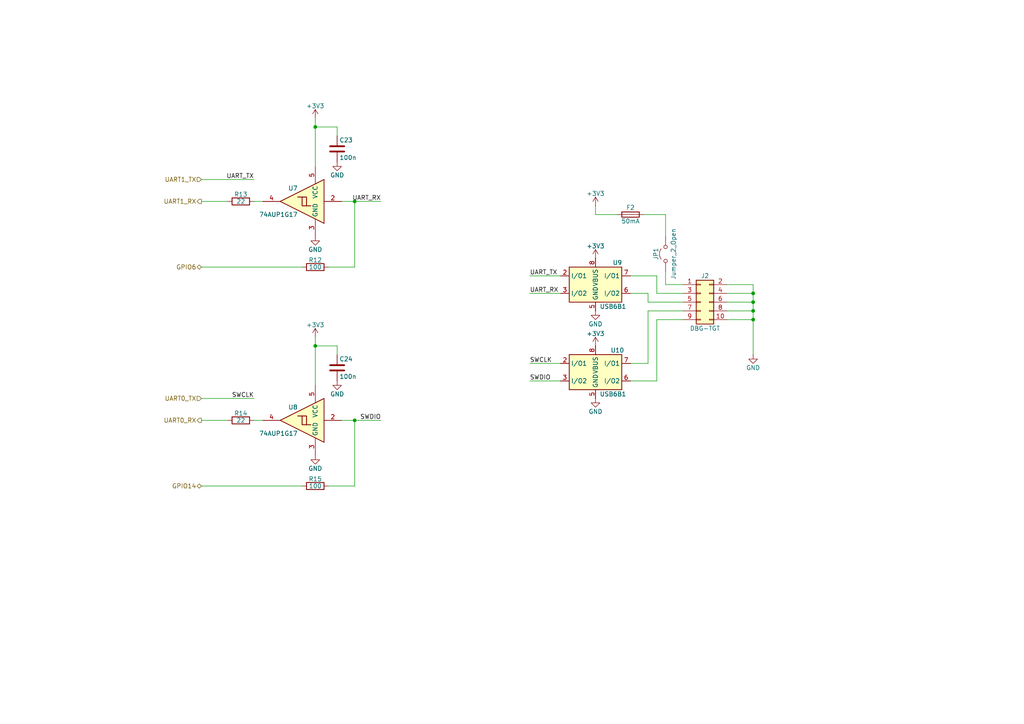
<source format=kicad_sch>
(kicad_sch (version 20250114) (generator "eeschema") (generator_version "9.0")
  (paper "A4")
  (lib_symbols
    (symbol "74xGxx:74AUP1G17"
      (property "Reference" "U" (at 0 3.81 0))
      (property "Value" "74AUP1G17" (at 0 -3.81 0))
      (symbol "74AUP1G17_0_1"
        (polyline (pts (xy -7.62 6.35) (xy -7.62 -6.35) (xy 5.08 0) (xy -7.62 6.35)) (stroke (width 0.254)) (fill (type background)))
        (polyline (pts (xy -3.81 -1.27) (xy -2.54 -1.27) (xy -2.54 1.27) (xy -1.27 1.27)) (stroke (width 0.254)) (fill (type background)))
        (polyline (pts (xy -2.54 -1.27) (xy -1.27 -1.27) (xy -1.27 1.27) (xy 0 1.27)) (stroke (width 0.254)) (fill (type background)))
      )
      (symbol "74AUP1G17_1_1"
        (pin input line (at -12.7 0 0) (length 5.08) (name "~") (number "2"))
        (pin no_connect line (at -7.62 5.08 180) (length 5.08) (hide yes) (name "NC") (number "1"))
        (pin power_in line (at -5.08 10.16 270) (length 5.08) (name "VCC") (number "5"))
        (pin power_in line (at -5.08 -10.16 90) (length 5.08) (name "GND") (number "3"))
        (pin output line (at 10.16 0 180) (length 5.08) (name "~") (number "4"))
      )
    )
    (symbol "Connector_Generic:Conn_02x05_Odd_Even" (pin_names (offset 1.016) (hide yes))
      (property "Reference" "J" (at 1.27 7.62 0))
      (property "Value" "Conn_02x05_Odd_Even" (at 1.27 -7.62 0))
      (symbol "Conn_02x05_Odd_Even_1_1"
        (rectangle (start -1.27 6.35) (end 3.81 -6.35) (stroke (width 0.254)) (fill (type background)))
        (rectangle (start -1.27 5.207) (end 0 4.953) (stroke (width 0.1524)))
        (rectangle (start -1.27 2.667) (end 0 2.413) (stroke (width 0.1524)))
        (rectangle (start -1.27 0.127) (end 0 -0.127) (stroke (width 0.1524)))
        (rectangle (start -1.27 -2.413) (end 0 -2.667) (stroke (width 0.1524)))
        (rectangle (start -1.27 -4.953) (end 0 -5.207) (stroke (width 0.1524)))
        (rectangle (start 3.81 5.207) (end 2.54 4.953) (stroke (width 0.1524)))
        (rectangle (start 3.81 2.667) (end 2.54 2.413) (stroke (width 0.1524)))
        (rectangle (start 3.81 0.127) (end 2.54 -0.127) (stroke (width 0.1524)))
        (rectangle (start 3.81 -2.413) (end 2.54 -2.667) (stroke (width 0.1524)))
        (rectangle (start 3.81 -4.953) (end 2.54 -5.207) (stroke (width 0.1524)))
        (pin passive line (at -5.08 5.08 0) (length 3.81) (name "Pin_1") (number "1"))
        (pin passive line (at -5.08 2.54 0) (length 3.81) (name "Pin_3") (number "3"))
        (pin passive line (at -5.08 0 0) (length 3.81) (name "Pin_5") (number "5"))
        (pin passive line (at -5.08 -2.54 0) (length 3.81) (name "Pin_7") (number "7"))
        (pin passive line (at -5.08 -5.08 0) (length 3.81) (name "Pin_9") (number "9"))
        (pin passive line (at 7.62 5.08 180) (length 3.81) (name "Pin_2") (number "2"))
        (pin passive line (at 7.62 2.54 180) (length 3.81) (name "Pin_4") (number "4"))
        (pin passive line (at 7.62 0 180) (length 3.81) (name "Pin_6") (number "6"))
        (pin passive line (at 7.62 -2.54 180) (length 3.81) (name "Pin_8") (number "8"))
        (pin passive line (at 7.62 -5.08 180) (length 3.81) (name "Pin_10") (number "10"))
      )
    )
    (symbol "Device:C" (pin_numbers (hide yes)) (pin_names (offset 0.254))
      (property "Reference" "C" (at 0.635 2.54 0))
      (property "Value" "C" (at 0.635 -2.54 0))
      (symbol "C_0_1"
        (polyline (pts (xy -2.032 0.762) (xy 2.032 0.762)) (stroke (width 0.508)))
        (polyline (pts (xy -2.032 -0.762) (xy 2.032 -0.762)) (stroke (width 0.508)))
      )
      (symbol "C_1_1"
        (pin passive line (at 0 3.81 270) (length 2.794) (name "~") (number "1"))
        (pin passive line (at 0 -3.81 90) (length 2.794) (name "~") (number "2"))
      )
    )
    (symbol "Device:Fuse" (pin_numbers (hide yes)) (pin_names (offset 0))
      (property "Reference" "F" (at 2.032 0 90))
      (property "Value" "Fuse" (at -1.905 0 90))
      (symbol "Fuse_0_1"
        (rectangle (start -0.762 -2.54) (end 0.762 2.54) (stroke (width 0.254)))
        (polyline (pts (xy 0 2.54) (xy 0 -2.54)))
      )
      (symbol "Fuse_1_1"
        (pin passive line (at 0 3.81 270) (length 1.27) (name "~") (number "1"))
        (pin passive line (at 0 -3.81 90) (length 1.27) (name "~") (number "2"))
      )
    )
    (symbol "Device:R" (pin_numbers (hide yes)) (pin_names (offset 0))
      (property "Reference" "R" (at 2.032 0 90))
      (property "Value" "R" (at 0 0 90))
      (symbol "R_0_1"
        (rectangle (start -1.016 -2.54) (end 1.016 2.54) (stroke (width 0.254)))
      )
      (symbol "R_1_1"
        (pin passive line (at 0 3.81 270) (length 1.27) (name "~") (number "1"))
        (pin passive line (at 0 -3.81 90) (length 1.27) (name "~") (number "2"))
      )
    )
    (symbol "Jumper:Jumper_2_Open" (pin_numbers (hide yes)) (pin_names (offset 0) (hide yes))
      (property "Reference" "JP" (at 0 2.794 0))
      (property "Value" "Jumper_2_Open" (at 0 -2.286 0))
      (symbol "Jumper_2_Open_0_0"
        (circle (center -2.032 0) (radius 0.508))
        (circle (center 2.032 0) (radius 0.508))
      )
      (symbol "Jumper_2_Open_0_1"
        (arc (start -1.524 1.27) (mid 0 1.778) (end 1.524 1.27))
      )
      (symbol "Jumper_2_Open_1_1"
        (pin passive line (at -5.08 0 0) (length 2.54) (name "A") (number "1"))
        (pin passive line (at 5.08 0 180) (length 2.54) (name "B") (number "2"))
      )
    )
    (symbol "Power_Protection:USB6B1"
      (property "Reference" "U" (at 6.35 6.35 0))
      (property "Value" "USB6B1" (at 5.08 -6.35 0))
      (symbol "USB6B1_0_1"
        (rectangle (start -7.62 -5.08) (end 7.62 5.08) (stroke (width 0.254)) (fill (type background)))
      )
      (symbol "USB6B1_1_1"
        (pin passive line (at -10.16 2.54 0) (length 2.54) (name "I/O1") (number "2"))
        (pin passive line (at -10.16 -2.54 0) (length 2.54) (name "I/O2") (number "3"))
        (pin passive line (at 0 7.62 270) (length 2.54) (hide yes) (name "VBUS") (number "1"))
        (pin passive line (at 0 7.62 270) (length 2.54) (name "VBUS") (number "8"))
        (pin passive line (at 0 -7.62 90) (length 2.54) (hide yes) (name "GND") (number "4"))
        (pin passive line (at 0 -7.62 90) (length 2.54) (name "GND") (number "5"))
        (pin passive line (at 10.16 2.54 180) (length 2.54) (name "I/O1") (number "7"))
        (pin passive line (at 10.16 -2.54 180) (length 2.54) (name "I/O2") (number "6"))
      )
    )
    (symbol "power:+3V3" (power) (pin_numbers (hide yes)) (pin_names (offset 0) (hide yes))
      (property "Value" "+3V3" (at 0 3.556 0))
      (symbol "+3V3_0_1"
        (polyline (pts (xy -0.762 1.27) (xy 0 2.54)))
        (polyline (pts (xy 0 2.54) (xy 0.762 1.27)))
        (polyline (pts (xy 0 0) (xy 0 2.54)))
      )
      (symbol "+3V3_1_1"
        (pin power_in line (at 0 0 90) (length 0) (name "~") (number "1"))
      )
    )
    (symbol "power:GND" (power) (pin_numbers (hide yes)) (pin_names (offset 0) (hide yes))
      (property "Value" "GND" (at 0 -3.81 0))
      (symbol "GND_0_1"
        (polyline (pts (xy 0 0) (xy 0 -1.27) (xy 1.27 -1.27) (xy 0 -2.54) (xy -1.27 -1.27) (xy 0 -1.27)))
      )
      (symbol "GND_1_1"
        (pin power_in line (at 0 0 270) (length 0) (name "~") (number "1"))
      )
    )
  )
  (junction (at 218.44 92.71))
  (junction (at 91.44 100.33))
  (junction (at 102.87 121.92))
  (junction (at 91.44 36.83))
  (junction (at 102.87 58.42))
  (junction (at 218.44 87.63))
  (junction (at 218.44 85.09))
  (junction (at 218.44 90.17))
  (wire (pts (xy 91.44 36.83) (xy 91.44 48.26)))
  (wire (pts (xy 218.44 82.55) (xy 218.44 85.09)))
  (wire (pts (xy 58.42 52.07) (xy 73.66 52.07)))
  (wire (pts (xy 97.79 100.33) (xy 91.44 100.33)))
  (wire (pts (xy 187.96 85.09) (xy 187.96 87.63)))
  (wire (pts (xy 210.82 87.63) (xy 218.44 87.63)))
  (wire (pts (xy 172.72 62.23) (xy 172.72 59.69)))
  (wire (pts (xy 91.44 34.29) (xy 91.44 36.83)))
  (wire (pts (xy 187.96 105.41) (xy 187.96 90.17)))
  (wire (pts (xy 102.87 121.92) (xy 110.49 121.92)))
  (wire (pts (xy 95.25 140.97) (xy 102.87 140.97)))
  (wire (pts (xy 190.5 110.49) (xy 190.5 92.71)))
  (wire (pts (xy 210.82 82.55) (xy 218.44 82.55)))
  (wire (pts (xy 218.44 90.17) (xy 218.44 92.71)))
  (wire (pts (xy 187.96 90.17) (xy 198.12 90.17)))
  (wire (pts (xy 73.66 121.92) (xy 76.2 121.92)))
  (wire (pts (xy 73.66 58.42) (xy 76.2 58.42)))
  (wire (pts (xy 91.44 97.79) (xy 91.44 100.33)))
  (wire (pts (xy 97.79 102.87) (xy 97.79 100.33)))
  (wire (pts (xy 97.79 36.83) (xy 91.44 36.83)))
  (wire (pts (xy 91.44 100.33) (xy 91.44 111.76)))
  (wire (pts (xy 58.42 115.57) (xy 73.66 115.57)))
  (wire (pts (xy 58.42 121.92) (xy 66.04 121.92)))
  (wire (pts (xy 102.87 77.47) (xy 102.87 58.42)))
  (wire (pts (xy 179.07 62.23) (xy 172.72 62.23)))
  (wire (pts (xy 190.5 85.09) (xy 198.12 85.09)))
  (wire (pts (xy 102.87 58.42) (xy 110.49 58.42)))
  (wire (pts (xy 193.04 82.55) (xy 198.12 82.55)))
  (wire (pts (xy 99.06 58.42) (xy 102.87 58.42)))
  (wire (pts (xy 95.25 77.47) (xy 102.87 77.47)))
  (wire (pts (xy 190.5 92.71) (xy 198.12 92.71)))
  (wire (pts (xy 193.04 78.74) (xy 193.04 82.55)))
  (wire (pts (xy 182.88 85.09) (xy 187.96 85.09)))
  (wire (pts (xy 210.82 92.71) (xy 218.44 92.71)))
  (wire (pts (xy 153.67 110.49) (xy 162.56 110.49)))
  (wire (pts (xy 102.87 140.97) (xy 102.87 121.92)))
  (wire (pts (xy 99.06 121.92) (xy 102.87 121.92)))
  (wire (pts (xy 210.82 90.17) (xy 218.44 90.17)))
  (wire (pts (xy 97.79 39.37) (xy 97.79 36.83)))
  (wire (pts (xy 182.88 105.41) (xy 187.96 105.41)))
  (wire (pts (xy 182.88 80.01) (xy 190.5 80.01)))
  (wire (pts (xy 153.67 85.09) (xy 162.56 85.09)))
  (wire (pts (xy 218.44 92.71) (xy 218.44 102.87)))
  (wire (pts (xy 182.88 110.49) (xy 190.5 110.49)))
  (wire (pts (xy 193.04 62.23) (xy 186.69 62.23)))
  (wire (pts (xy 187.96 87.63) (xy 198.12 87.63)))
  (wire (pts (xy 153.67 80.01) (xy 162.56 80.01)))
  (wire (pts (xy 58.42 58.42) (xy 66.04 58.42)))
  (wire (pts (xy 153.67 105.41) (xy 162.56 105.41)))
  (wire (pts (xy 190.5 80.01) (xy 190.5 85.09)))
  (wire (pts (xy 58.42 140.97) (xy 87.63 140.97)))
  (wire (pts (xy 210.82 85.09) (xy 218.44 85.09)))
  (wire (pts (xy 193.04 68.58) (xy 193.04 62.23)))
  (wire (pts (xy 218.44 87.63) (xy 218.44 90.17)))
  (wire (pts (xy 58.42 77.47) (xy 87.63 77.47)))
  (wire (pts (xy 218.44 85.09) (xy 218.44 87.63)))
  (label "UART_TX" (at 73.66 52.07 180))
  (label "SWCLK" (at 73.66 115.57 180))
  (label "UART_RX" (at 153.67 85.09 0))
  (label "UART_RX" (at 110.49 58.42 180))
  (label "SWDIO" (at 153.67 110.49 0))
  (label "UART_TX" (at 153.67 80.01 0))
  (label "SWDIO" (at 110.49 121.92 180))
  (label "SWCLK" (at 153.67 105.41 0))
  (hierarchical_label "UART0_RX" (shape output) (at 58.42 121.92 180))
  (hierarchical_label "UART1_TX" (shape input) (at 58.42 52.07 180))
  (hierarchical_label "UART1_RX" (shape output) (at 58.42 58.42 180))
  (hierarchical_label "GPIO6" (shape bidirectional) (at 58.42 77.47 180))
  (hierarchical_label "UART0_TX" (shape input) (at 58.42 115.57 180))
  (hierarchical_label "GPIO14" (shape bidirectional) (at 58.42 140.97 180))
  (symbol (lib_id "Power_Protection:USB6B1") (at 172.72 107.95 0) (unit 1)
    (property "Reference" "U10" (at 179.07 101.6 0))
    (property "Value" "USB6B1" (at 177.8 114.3 0))
    (property "Footprint" "Package_SO:SOIC-8_3.9x4.9mm_P1.27mm" (effects (hide yes)))
    (property "Datasheet" "http://www.st.com/content/ccc/resource/technical/document/datasheet/3e/ec/b2/54/b2/76/47/90/CD00001361.pdf/files/CD00001361.pdf/jcr:content/translations/en.CD00001361.pdf" (effects (hide yes)))
    (property "Description" "5V Data line protection" (effects (hide yes)))
    (property "LCSC" "C10508" (effects (hide yes)))
    (property "MPN_LCSC" "USB6B1RL" (effects (hide yes)))
  )
  (symbol (lib_id "power:+3V3") (at 91.44 97.79 0) (unit 1)
    (property "Reference" "#PWR040" (effects (hide yes)))
    (property "Value" "+3V3" (at 91.44 94.234 0))
    (property "Description" "Power symbol creates a global label with name \"+3V3\"" (effects (hide yes)))
  )
  (symbol (lib_id "power:GND") (at 91.44 68.58 0) (unit 1)
    (property "Reference" "#PWR035" (effects (hide yes)))
    (property "Value" "GND" (at 91.44 72.39 0))
    (property "Description" "Power symbol creates a global label with name \"GND\" , ground" (effects (hide yes)))
  )
  (symbol (lib_id "74xGxx:74AUP1G17") (at 86.36 121.92 0) (mirror y) (unit 1)
    (property "Reference" "U8" (at 86.36 118.11 0) (effects (justify left)))
    (property "Value" "74AUP1G17" (at 86.36 125.73 0) (effects (justify left)))
    (property "Footprint" "Package_TO_SOT_SMD:SOT-23-5" (effects (hide yes)))
    (property "Datasheet" "http://www.ti.com/lit/sg/scyt129e/scyt129e.pdf" (effects (hide yes)))
    (property "Description" "Single Schmitt Buffer Gate, Low-Voltage CMOS" (effects (hide yes)))
    (property "LCSC" "C183012" (effects (hide yes)))
    (property "MPN_LCSC" "SN74AUP1G17DBVR" (effects (hide yes)))
  )
  (symbol (lib_id "power:+3V3") (at 172.72 59.69 0) (unit 1)
    (property "Reference" "#PWR039" (effects (hide yes)))
    (property "Value" "+3V3" (at 172.72 56.134 0))
    (property "Description" "Power symbol creates a global label with name \"+3V3\"" (effects (hide yes)))
  )
  (symbol (lib_id "74xGxx:74AUP1G17") (at 86.36 58.42 0) (mirror y) (unit 1)
    (property "Reference" "U7" (at 86.36 54.61 0) (effects (justify left)))
    (property "Value" "74AUP1G17" (at 86.36 62.23 0) (effects (justify left)))
    (property "Footprint" "Package_TO_SOT_SMD:SOT-23-5" (effects (hide yes)))
    (property "Datasheet" "http://www.ti.com/lit/sg/scyt129e/scyt129e.pdf" (effects (hide yes)))
    (property "Description" "Single Schmitt Buffer Gate, Low-Voltage CMOS" (effects (hide yes)))
    (property "LCSC" "C183012" (effects (hide yes)))
    (property "MPN_LCSC" "SN74AUP1G17DBVR" (effects (hide yes)))
  )
  (symbol (lib_id "power:GND") (at 172.72 90.17 0) (unit 1)
    (property "Reference" "#PWR045" (effects (hide yes)))
    (property "Value" "GND" (at 172.72 93.98 0))
    (property "Description" "Power symbol creates a global label with name \"GND\" , ground" (effects (hide yes)))
  )
  (symbol (lib_id "Connector_Generic:Conn_02x05_Odd_Even") (at 203.2 87.63 0) (unit 1)
    (property "Reference" "J2" (at 204.47 80.01 0))
    (property "Value" "DBG-TGT" (at 204.47 95.25 0))
    (property "Footprint" "Connector_IDC:IDC-Header_2x05_P2.54mm_Horizontal" (effects (hide yes)))
    (property "Description" "Generic connector, double row, 02x05, odd/even pin numbering scheme (row 1 odd numbers, row 2 even numbers), script generated (kicad-library-utils/schlib/autogen/connector/)" (effects (hide yes)))
    (property "LCSC" "C9140" (effects (hide yes)))
    (property "MPN_LCSC" "2.54-2*5P弯简牛" (effects (hide yes)))
  )
  (symbol (lib_id "Power_Protection:USB6B1") (at 172.72 82.55 0) (unit 1)
    (property "Reference" "U9" (at 179.07 76.2 0))
    (property "Value" "USB6B1" (at 177.8 88.9 0))
    (property "Footprint" "Package_SO:SOIC-8_3.9x4.9mm_P1.27mm" (effects (hide yes)))
    (property "Datasheet" "http://www.st.com/content/ccc/resource/technical/document/datasheet/3e/ec/b2/54/b2/76/47/90/CD00001361.pdf/files/CD00001361.pdf/jcr:content/translations/en.CD00001361.pdf" (effects (hide yes)))
    (property "Description" "5V Data line protection" (effects (hide yes)))
    (property "LCSC" "C10508" (effects (hide yes)))
    (property "MPN_LCSC" "USB6B1RL" (effects (hide yes)))
  )
  (symbol (lib_id "Jumper:Jumper_2_Open") (at 193.04 73.66 90) (unit 1)
    (property "Reference" "JP1" (at 190.246 73.66 0))
    (property "Value" "Jumper_2_Open" (at 195.326 73.66 0))
    (property "Footprint" "Connector_PinHeader_2.54mm:PinHeader_1x02_P2.54mm_Vertical" (effects (hide yes)))
    (property "Description" "Jumper, 2-pole, open" (effects (hide yes)))
    (property "LCSC" "C5360898" (effects (hide yes)))
    (property "MPN_LCSC" "PZ2.54-1*2" (effects (hide yes)))
  )
  (symbol (lib_id "Device:R") (at 69.85 121.92 90) (unit 1)
    (property "Reference" "R14" (at 69.85 119.888 90))
    (property "Value" "22" (at 69.85 121.92 90))
    (property "Footprint" "Resistor_SMD:R_0603_1608Metric" (effects (hide yes)))
    (property "Description" "Resistor" (effects (hide yes)))
    (property "LCSC" "C1203" (effects (hide yes)))
    (property "MPN_LCSC" "0603WAJ0220T5E" (effects (hide yes)))
  )
  (symbol (lib_id "power:GND") (at 218.44 102.87 0) (unit 1)
    (property "Reference" "#PWR038" (effects (hide yes)))
    (property "Value" "GND" (at 218.44 106.68 0))
    (property "Description" "Power symbol creates a global label with name \"GND\" , ground" (effects (hide yes)))
  )
  (symbol (lib_id "power:GND") (at 91.44 132.08 0) (unit 1)
    (property "Reference" "#PWR041" (effects (hide yes)))
    (property "Value" "GND" (at 91.44 135.89 0))
    (property "Description" "Power symbol creates a global label with name \"GND\" , ground" (effects (hide yes)))
  )
  (symbol (lib_id "Device:C") (at 97.79 106.68 0) (unit 1)
    (property "Reference" "C24" (at 98.425 104.14 0) (effects (justify left)))
    (property "Value" "100n" (at 98.425 109.22 0) (effects (justify left)))
    (property "Footprint" "Capacitor_SMD:C_0603_1608Metric" (effects (hide yes)))
    (property "Description" "Unpolarized capacitor" (effects (hide yes)))
    (property "LCSC" "C14663" (effects (hide yes)))
    (property "MPN_LCSC" "CC0603KRX7R9BB104" (effects (hide yes)))
  )
  (symbol (lib_id "power:GND") (at 97.79 46.99 0) (unit 1)
    (property "Reference" "#PWR037" (effects (hide yes)))
    (property "Value" "GND" (at 97.79 50.8 0))
    (property "Description" "Power symbol creates a global label with name \"GND\" , ground" (effects (hide yes)))
  )
  (symbol (lib_id "power:GND") (at 172.72 115.57 0) (unit 1)
    (property "Reference" "#PWR046" (effects (hide yes)))
    (property "Value" "GND" (at 172.72 119.38 0))
    (property "Description" "Power symbol creates a global label with name \"GND\" , ground" (effects (hide yes)))
  )
  (symbol (lib_id "Device:C") (at 97.79 43.18 0) (unit 1)
    (property "Reference" "C23" (at 98.425 40.64 0) (effects (justify left)))
    (property "Value" "100n" (at 98.425 45.72 0) (effects (justify left)))
    (property "Footprint" "Capacitor_SMD:C_0603_1608Metric" (effects (hide yes)))
    (property "Description" "Unpolarized capacitor" (effects (hide yes)))
    (property "LCSC" "C14663" (effects (hide yes)))
    (property "MPN_LCSC" "CC0603KRX7R9BB104" (effects (hide yes)))
  )
  (symbol (lib_id "power:GND") (at 97.79 110.49 0) (unit 1)
    (property "Reference" "#PWR042" (effects (hide yes)))
    (property "Value" "GND" (at 97.79 114.3 0))
    (property "Description" "Power symbol creates a global label with name \"GND\" , ground" (effects (hide yes)))
  )
  (symbol (lib_id "Device:R") (at 91.44 140.97 90) (unit 1)
    (property "Reference" "R15" (at 91.44 138.938 90))
    (property "Value" "100" (at 91.44 140.97 90))
    (property "Footprint" "Resistor_SMD:R_0603_1608Metric" (effects (hide yes)))
    (property "Description" "Resistor" (effects (hide yes)))
    (property "LCSC" "C22775" (effects (hide yes)))
    (property "MPN_LCSC" "0603WAF1000T5E" (effects (hide yes)))
  )
  (symbol (lib_id "Device:Fuse") (at 182.88 62.23 90) (unit 1)
    (property "Reference" "F2" (at 182.88 60.198 90))
    (property "Value" "50mA" (at 182.88 64.135 90))
    (property "Footprint" "Fuse:Fuse_1206_3216Metric" (effects (hide yes)))
    (property "Description" "Fuse" (effects (hide yes)))
    (property "LCSC" "C20797" (effects (hide yes)))
    (property "MPN_LCSC" "SMD1206P005TF" (effects (hide yes)))
  )
  (symbol (lib_id "power:+3V3") (at 172.72 100.33 0) (unit 1)
    (property "Reference" "#PWR044" (effects (hide yes)))
    (property "Value" "+3V3" (at 172.72 96.774 0))
    (property "Description" "Power symbol creates a global label with name \"+3V3\"" (effects (hide yes)))
  )
  (symbol (lib_id "power:+3V3") (at 172.72 74.93 0) (unit 1)
    (property "Reference" "#PWR043" (effects (hide yes)))
    (property "Value" "+3V3" (at 172.72 71.374 0))
    (property "Description" "Power symbol creates a global label with name \"+3V3\"" (effects (hide yes)))
  )
  (symbol (lib_id "Device:R") (at 91.44 77.47 90) (unit 1)
    (property "Reference" "R12" (at 91.44 75.438 90))
    (property "Value" "100" (at 91.44 77.47 90))
    (property "Footprint" "Resistor_SMD:R_0603_1608Metric" (effects (hide yes)))
    (property "Description" "Resistor" (effects (hide yes)))
    (property "LCSC" "C22775" (effects (hide yes)))
    (property "MPN_LCSC" "0603WAF1000T5E" (effects (hide yes)))
  )
  (symbol (lib_id "Device:R") (at 69.85 58.42 90) (unit 1)
    (property "Reference" "R13" (at 69.85 56.388 90))
    (property "Value" "22" (at 69.85 58.42 90))
    (property "Footprint" "Resistor_SMD:R_0603_1608Metric" (effects (hide yes)))
    (property "Description" "Resistor" (effects (hide yes)))
    (property "LCSC" "C1203" (effects (hide yes)))
    (property "MPN_LCSC" "0603WAJ0220T5E" (effects (hide yes)))
  )
  (symbol (lib_id "power:+3V3") (at 91.44 34.29 0) (unit 1)
    (property "Reference" "#PWR036" (effects (hide yes)))
    (property "Value" "+3V3" (at 91.44 30.734 0))
    (property "Description" "Power symbol creates a global label with name \"+3V3\"" (effects (hide yes)))
  )
)
</source>
